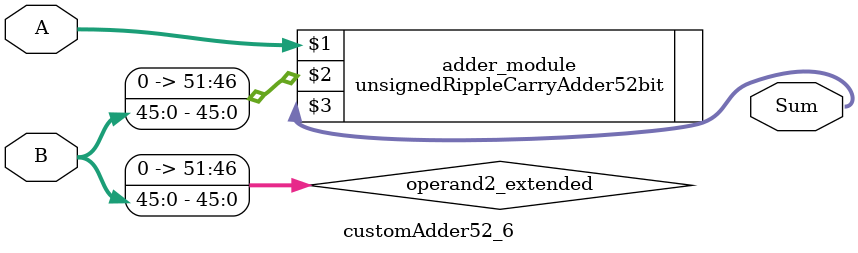
<source format=v>
module customAdder52_6(
                        input [51 : 0] A,
                        input [45 : 0] B,
                        
                        output [52 : 0] Sum
                );

        wire [51 : 0] operand2_extended;
        
        assign operand2_extended =  {6'b0, B};
        
        unsignedRippleCarryAdder52bit adder_module(
            A,
            operand2_extended,
            Sum
        );
        
        endmodule
        
</source>
